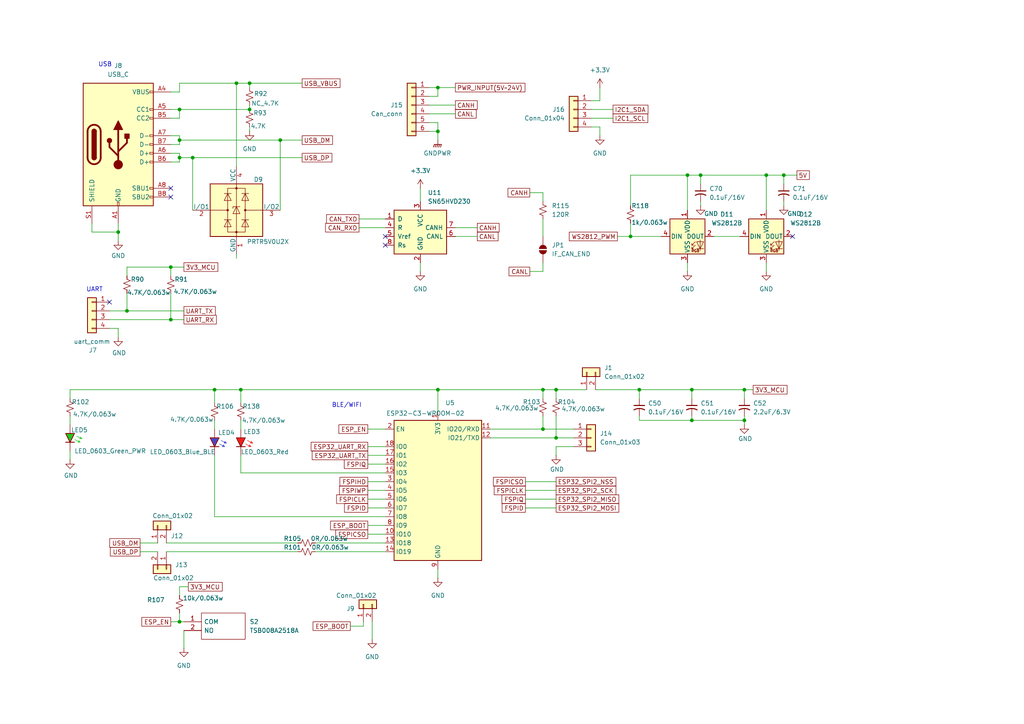
<source format=kicad_sch>
(kicad_sch (version 20250114) (generator "eeschema") (generator_version "9.0")
  (paper "A4")
  (lib_symbols
    (symbol "Connector_Generic:Conn_01x02" (pin_names (offset 1.016) (hide yes))
      (property "Reference" "J" (at 0 2.54 0))
      (property "Value" "Conn_01x02" (at 0 -5.08 0))
      (symbol "Conn_01x02_1_1"
        (pin passive line (at -5.08 0 0) (length 3.81) (name "Pin_1") (number "1"))
        (pin passive line (at -5.08 -2.54 0) (length 3.81) (name "Pin_2") (number "2"))
      )
    )
    (symbol "Connector_Generic:Conn_01x03" (pin_names (offset 1.016) (hide yes))
      (property "Reference" "J" (at 0 5.08 0))
      (property "Value" "Conn_01x03" (at 0 -5.08 0))
      (symbol "Conn_01x03_1_1"
        (pin passive line (at -5.08 2.54 0) (length 3.81) (name "Pin_1") (number "1"))
        (pin passive line (at -5.08 0 0) (length 3.81) (name "Pin_2") (number "2"))
        (pin passive line (at -5.08 -2.54 0) (length 3.81) (name "Pin_3") (number "3"))
      )
    )
    (symbol "Connector_Generic:Conn_01x04" (pin_names (offset 1.016) (hide yes))
      (property "Reference" "J" (at 0 5.08 0))
      (property "Value" "Conn_01x04" (at 0 -7.62 0))
      (symbol "Conn_01x04_1_1"
        (pin passive line (at -5.08 2.54 0) (length 3.81) (name "Pin_1") (number "1"))
        (pin passive line (at -5.08 0 0) (length 3.81) (name "Pin_2") (number "2"))
        (pin passive line (at -5.08 -2.54 0) (length 3.81) (name "Pin_3") (number "3"))
        (pin passive line (at -5.08 -5.08 0) (length 3.81) (name "Pin_4") (number "4"))
      )
    )
    (symbol "Connector_Generic:Conn_01x06" (pin_names (offset 1.016) (hide yes))
      (property "Reference" "J" (at 0 7.62 0))
      (property "Value" "Conn_01x06" (at 0 -10.16 0))
      (symbol "Conn_01x06_1_1"
        (pin passive line (at -5.08 5.08 0) (length 3.81) (name "Pin_1") (number "1"))
        (pin passive line (at -5.08 2.54 0) (length 3.81) (name "Pin_2") (number "2"))
        (pin passive line (at -5.08 0 0) (length 3.81) (name "Pin_3") (number "3"))
        (pin passive line (at -5.08 -2.54 0) (length 3.81) (name "Pin_4") (number "4"))
        (pin passive line (at -5.08 -5.08 0) (length 3.81) (name "Pin_5") (number "5"))
        (pin passive line (at -5.08 -7.62 0) (length 3.81) (name "Pin_6") (number "6"))
      )
    )
    (symbol "Device:C_Small_US" (pin_numbers (hide yes)) (pin_names (offset 0.254) (hide yes))
      (property "Reference" "C" (at 0.254 1.778 0))
      (property "Value" "C_Small_US" (at 0.254 -2.032 0))
      (symbol "C_Small_US_1_1"
        (pin passive line (at 0 2.54 270) (length 2.032) (name "~") (number "1"))
        (pin passive line (at 0 -2.54 90) (length 2.032) (name "~") (number "2"))
      )
    )
    (symbol "Device:R_Small_US" (pin_numbers (hide yes)) (pin_names (offset 0.254) (hide yes))
      (property "Reference" "R" (at 0.762 0.508 0))
      (property "Value" "R_Small_US" (at 0.762 -1.016 0))
      (symbol "R_Small_US_1_1"
        (pin passive line (at 0 2.54 270) (length 1.016) (name "~") (number "1"))
        (pin passive line (at 0 -2.54 90) (length 1.016) (name "~") (number "2"))
      )
    )
    (symbol "Interface_CAN_LIN:SN65HVD230" (pin_names (offset 1.016))
      (property "Reference" "U" (at -2.54 10.16 0))
      (property "Value" "SN65HVD230" (at -2.54 7.62 0))
      (symbol "SN65HVD230_1_1"
        (pin input line (at -10.16 2.54 0) (length 2.54) (name "D") (number "1"))
        (pin output line (at -10.16 0 0) (length 2.54) (name "R") (number "4"))
        (pin output line (at -10.16 -2.54 0) (length 2.54) (name "Vref") (number "5"))
        (pin input line (at -10.16 -5.08 0) (length 2.54) (name "Rs") (number "8"))
        (pin power_in line (at 0 7.62 270) (length 2.54) (name "VCC") (number "3"))
        (pin power_in line (at 0 -10.16 90) (length 2.54) (name "GND") (number "2"))
        (pin bidirectional line (at 10.16 0 180) (length 2.54) (name "CANH") (number "7"))
        (pin bidirectional line (at 10.16 -2.54 180) (length 2.54) (name "CANL") (number "6"))
      )
    )
    (symbol "Jumper:SolderJumper_2_Open" (pin_numbers (hide yes)) (pin_names (offset 0) (hide yes)) (in_bom no)
      (property "Reference" "JP" (at 0 2.032 0))
      (property "Value" "SolderJumper_2_Open" (at 0 -2.54 0))
      (symbol "SolderJumper_2_Open_1_1"
        (pin passive line (at -3.81 0 0) (length 2.54) (name "A") (number "1"))
        (pin passive line (at 3.81 0 180) (length 2.54) (name "B") (number "2"))
      )
    )
    (symbol "LED:WS2812B" (pin_names (offset 0.254))
      (property "Reference" "D" (at 5.08 5.715 0))
      (property "Value" "WS2812B" (at 1.27 -5.715 0))
      (symbol "WS2812B_0_0"
        (text "RGB" (at 2.286 -4.191 0) (effects (font (size 0.762 0.762))))
      )
      (symbol "WS2812B_1_1"
        (pin input line (at -7.62 0 0) (length 2.54) (name "DIN") (number "4"))
        (pin power_in line (at 0 7.62 270) (length 2.54) (name "VDD") (number "1"))
        (pin power_in line (at 0 -7.62 90) (length 2.54) (name "VSS") (number "3"))
        (pin output line (at 7.62 0 180) (length 2.54) (name "DOUT") (number "2"))
      )
    )
    (symbol "PCM_LED_AKL:LED_0603_Blue" (pin_numbers (hide yes)) (pin_names (offset 1.016) (hide yes))
      (property "Reference" "LED" (at 0 7.62 0))
      (property "Value" "LED_0603_Blue" (at 0 5.08 0))
      (symbol "LED_0603_Blue_1_1"
        (pin passive line (at -3.81 0 0) (length 2.54) (name "A") (number "2"))
        (pin passive line (at 3.81 0 180) (length 2.54) (name "K") (number "1"))
      )
      (symbol "LED_0603_Blue_1_2"
        (pin passive line (at -2.54 -2.54 0) (length 0) (name "A") (number "2"))
        (pin passive line (at 2.54 2.54 180) (length 0) (name "K") (number "1"))
      )
    )
    (symbol "PCM_LED_AKL:LED_0603_Green" (pin_numbers (hide yes)) (pin_names (offset 1.016) (hide yes))
      (property "Reference" "LED" (at 0 7.62 0))
      (property "Value" "LED_0603_Green" (at 0 5.08 0))
      (symbol "LED_0603_Green_1_1"
        (pin passive line (at -3.81 0 0) (length 2.54) (name "A") (number "2"))
        (pin passive line (at 3.81 0 180) (length 2.54) (name "K") (number "1"))
      )
      (symbol "LED_0603_Green_1_2"
        (pin passive line (at -2.54 -2.54 0) (length 0) (name "A") (number "2"))
        (pin passive line (at 2.54 2.54 180) (length 0) (name "K") (number "1"))
      )
    )
    (symbol "PCM_LED_AKL:LED_0603_Red" (pin_numbers (hide yes)) (pin_names (offset 1.016) (hide yes))
      (property "Reference" "LED" (at 0 7.62 0))
      (property "Value" "LED_0603_Red" (at 0 5.08 0))
      (symbol "LED_0603_Red_1_1"
        (pin passive line (at -3.81 0 0) (length 2.54) (name "A") (number "2"))
        (pin passive line (at 3.81 0 180) (length 2.54) (name "K") (number "1"))
      )
      (symbol "LED_0603_Red_1_2"
        (pin passive line (at -2.54 -2.54 0) (length 0) (name "A") (number "2"))
        (pin passive line (at 2.54 2.54 180) (length 0) (name "K") (number "1"))
      )
    )
    (symbol "Power_Protection:PRTR5V0U2X" (pin_names (offset 0))
      (property "Reference" "D" (at 2.794 8.636 0))
      (property "Value" "PRTR5V0U2X" (at 8.128 -9.398 0))
      (symbol "PRTR5V0U2X_1_1"
        (pin passive line (at -12.7 0 0) (length 5.08) (name "I/O1") (number "2"))
        (pin passive line (at 0 12.7 270) (length 5.08) (name "VCC") (number "4"))
        (pin passive line (at 0 -12.7 90) (length 5.08) (name "GND") (number "1"))
        (pin passive line (at 12.7 0 180) (length 5.08) (name "I/O2") (number "3"))
      )
    )
    (symbol "RF_Module:ESP32-C3-WROOM-02"
      (property "Reference" "U" (at -12.192 21.336 0))
      (property "Value" "ESP32-C3-WROOM-02" (at 12.192 21.336 0))
      (symbol "ESP32-C3-WROOM-02_1_1"
        (pin input line (at -15.24 17.78 0) (length 2.54) (name "EN") (number "2"))
        (pin bidirectional line (at -15.24 12.7 0) (length 2.54) (name "IO0") (number "18"))
        (pin bidirectional line (at -15.24 10.16 0) (length 2.54) (name "IO1") (number "17"))
        (pin bidirectional line (at -15.24 7.62 0) (length 2.54) (name "IO2") (number "16"))
        (pin bidirectional line (at -15.24 5.08 0) (length 2.54) (name "IO3") (number "15"))
        (pin bidirectional line (at -15.24 2.54 0) (length 2.54) (name "IO4") (number "3"))
        (pin bidirectional line (at -15.24 0 0) (length 2.54) (name "IO5") (number "4"))
        (pin bidirectional line (at -15.24 -2.54 0) (length 2.54) (name "IO6") (number "5"))
        (pin bidirectional line (at -15.24 -5.08 0) (length 2.54) (name "IO7") (number "6"))
        (pin bidirectional line (at -15.24 -7.62 0) (length 2.54) (name "IO8") (number "7"))
        (pin bidirectional line (at -15.24 -10.16 0) (length 2.54) (name "IO9") (number "8"))
        (pin bidirectional line (at -15.24 -12.7 0) (length 2.54) (name "IO10") (number "10"))
        (pin bidirectional line (at -15.24 -15.24 0) (length 2.54) (name "IO18") (number "13"))
        (pin bidirectional line (at -15.24 -17.78 0) (length 2.54) (name "IO19") (number "14"))
        (pin power_in line (at 0 22.86 270) (length 2.54) (name "3V3") (number "1"))
        (pin passive line (at 0 -22.86 90) (length 2.54) (hide yes) (name "GND") (number "19"))
        (pin power_in line (at 0 -22.86 90) (length 2.54) (name "GND") (number "9"))
        (pin bidirectional line (at 15.24 17.78 180) (length 2.54) (name "IO20/RXD") (number "11"))
        (pin bidirectional line (at 15.24 15.24 180) (length 2.54) (name "IO21/TXD") (number "12"))
      )
    )
    (symbol "SamacSys_Parts:TSB008A2518A" (pin_names (offset 0.762))
      (property "Reference" "S" (at 19.05 7.62 0))
      (property "Value" "TSB008A2518A" (at 19.05 5.08 0))
      (symbol "TSB008A2518A_0_0"
        (pin passive line (at 0 0 0) (length 5.08) (name "COM") (number "1"))
        (pin passive line (at 0 -2.54 0) (length 5.08) (name "NO") (number "2"))
      )
    )
    (symbol "USB-C-USB-2.0-cache:Connector_USB_C_Receptacle_USB2.0" (pin_names (offset 1.016))
      (property "Reference" "J" (at -10.16 19.05 0))
      (property "Value" "Connector_USB_C_Receptacle_USB2.0" (at 19.05 19.05 0))
      (symbol "Connector_USB_C_Receptacle_USB2.0_1_1"
        (pin passive line (at -7.62 -22.86 90) (length 5.08) (name "SHIELD") (number "S1"))
        (pin power_in line (at 0 -22.86 90) (length 5.08) (name "GND") (number "A1"))
        (pin power_in line (at 0 -22.86 90) (length 5.08) (hide yes) (name "GND") (number "A12"))
        (pin power_in line (at 0 -22.86 90) (length 5.08) (hide yes) (name "GND") (number "B1"))
        (pin power_in line (at 0 -22.86 90) (length 5.08) (hide yes) (name "GND") (number "B12"))
        (pin power_in line (at 15.24 15.24 180) (length 5.08) (name "VBUS") (number "A4"))
        (pin power_in line (at 15.24 15.24 180) (length 5.08) (hide yes) (name "VBUS") (number "A9"))
        (pin power_in line (at 15.24 15.24 180) (length 5.08) (hide yes) (name "VBUS") (number "B4"))
        (pin power_in line (at 15.24 15.24 180) (length 5.08) (hide yes) (name "VBUS") (number "B9"))
        (pin bidirectional line (at 15.24 10.16 180) (length 5.08) (name "CC1") (number "A5"))
        (pin bidirectional line (at 15.24 7.62 180) (length 5.08) (name "CC2") (number "B5"))
        (pin bidirectional line (at 15.24 2.54 180) (length 5.08) (name "D-") (number "A7"))
        (pin bidirectional line (at 15.24 0 180) (length 5.08) (name "D-") (number "B7"))
        (pin bidirectional line (at 15.24 -2.54 180) (length 5.08) (name "D+") (number "A6"))
        (pin bidirectional line (at 15.24 -5.08 180) (length 5.08) (name "D+") (number "B6"))
        (pin bidirectional line (at 15.24 -12.7 180) (length 5.08) (name "SBU1") (number "A8"))
        (pin bidirectional line (at 15.24 -15.24 180) (length 5.08) (name "SBU2") (number "B8"))
      )
    )
    (symbol "power:+3.3V" (power) (pin_numbers (hide yes)) (pin_names (offset 0) (hide yes))
      (property "Value" "+3.3V" (at 0 3.556 0))
      (symbol "+3.3V_1_1"
        (pin power_in line (at 0 0 90) (length 0) (name "~") (number "1"))
      )
    )
    (symbol "power:GND" (power) (pin_numbers (hide yes)) (pin_names (offset 0) (hide yes))
      (property "Value" "GND" (at 0 -3.81 0))
      (symbol "GND_1_1"
        (pin power_in line (at 0 0 270) (length 0) (name "~") (number "1"))
      )
    )
    (symbol "power:GNDPWR" (power) (pin_numbers (hide yes)) (pin_names (offset 0) (hide yes))
      (property "Value" "GNDPWR" (at 0 -3.302 0))
      (symbol "GNDPWR_1_1"
        (pin power_in line (at 0 0 270) (length 0) (name "~") (number "1"))
      )
    )
  )
  (text "UART" (at 27.432 84.074 0) (effects (font (size 1.27 1.27))))
  (text "USB" (at 30.48 18.796 0) (effects (font (size 1.27 1.27))))
  (text "BLE/WIFI" (at 100.584 117.602 0) (effects (font (size 1.27 1.27))))
  (junction (at 68.58 24.13))
  (junction (at 215.9 113.03))
  (junction (at 36.83 90.17))
  (junction (at 157.48 124.46))
  (junction (at 199.39 50.8))
  (junction (at 52.07 40.64))
  (junction (at 72.39 31.75))
  (junction (at 55.88 45.72))
  (junction (at 49.53 92.71))
  (junction (at 222.25 50.8))
  (junction (at 200.66 121.92))
  (junction (at 52.07 45.72))
  (junction (at 81.28 40.64))
  (junction (at 161.29 113.03))
  (junction (at 34.29 67.31))
  (junction (at 185.42 113.03))
  (junction (at 161.29 127))
  (junction (at 215.9 121.92))
  (junction (at 203.2 50.8))
  (junction (at 52.07 31.75))
  (junction (at 52.07 180.34))
  (junction (at 157.48 113.03))
  (junction (at 49.53 77.47))
  (junction (at 72.39 24.13))
  (junction (at 62.23 113.03))
  (junction (at 127 113.03))
  (junction (at 200.66 113.03))
  (junction (at 69.85 113.03))
  (junction (at 127 25.4))
  (junction (at 227.33 50.8))
  (junction (at 182.88 68.58))
  (junction (at 127 38.1))
  (no_connect (at 229.87 68.58))
  (no_connect (at 111.76 68.58))
  (no_connect (at 49.53 57.15))
  (no_connect (at 49.53 54.61))
  (no_connect (at 111.76 71.12))
  (no_connect (at 31.75 87.63))
  (wire (pts (xy 62.23 113.03) (xy 69.85 113.03)))
  (wire (pts (xy 182.88 68.58) (xy 191.77 68.58)))
  (wire (pts (xy 49.53 92.71) (xy 53.34 92.71)))
  (wire (pts (xy 124.46 33.02) (xy 132.08 33.02)))
  (wire (pts (xy 157.48 113.03) (xy 157.48 115.57)))
  (wire (pts (xy 55.88 45.72) (xy 87.63 45.72)))
  (wire (pts (xy 68.58 73.66) (xy 68.58 74.93)))
  (wire (pts (xy 49.53 46.99) (xy 52.07 46.99)))
  (wire (pts (xy 62.23 149.86) (xy 111.76 149.86)))
  (wire (pts (xy 207.01 68.58) (xy 214.63 68.58)))
  (wire (pts (xy 52.07 40.64) (xy 81.28 40.64)))
  (wire (pts (xy 161.29 120.65) (xy 161.29 127)))
  (wire (pts (xy 124.46 25.4) (xy 127 25.4)))
  (wire (pts (xy 52.07 41.91) (xy 52.07 40.64)))
  (wire (pts (xy 106.68 132.08) (xy 111.76 132.08)))
  (wire (pts (xy 49.53 77.47) (xy 49.53 80.01)))
  (wire (pts (xy 127 25.4) (xy 132.08 25.4)))
  (wire (pts (xy 127 113.03) (xy 127 119.38)))
  (wire (pts (xy 124.46 27.94) (xy 127 27.94)))
  (wire (pts (xy 52.07 26.67) (xy 52.07 24.13)))
  (wire (pts (xy 49.53 85.09) (xy 49.53 92.71)))
  (wire (pts (xy 31.75 92.71) (xy 49.53 92.71)))
  (wire (pts (xy 127 40.64) (xy 127 38.1)))
  (wire (pts (xy 36.83 90.17) (xy 53.34 90.17)))
  (wire (pts (xy 52.07 45.72) (xy 52.07 44.45)))
  (wire (pts (xy 157.48 124.46) (xy 166.37 124.46)))
  (wire (pts (xy 49.53 77.47) (xy 36.83 77.47)))
  (wire (pts (xy 157.48 63.5) (xy 157.48 68.58)))
  (wire (pts (xy 106.68 147.32) (xy 111.76 147.32)))
  (wire (pts (xy 26.67 64.77) (xy 26.67 67.31)))
  (wire (pts (xy 34.29 64.77) (xy 34.29 67.31)))
  (wire (pts (xy 62.23 132.08) (xy 62.23 149.86)))
  (wire (pts (xy 69.85 113.03) (xy 69.85 116.84)))
  (wire (pts (xy 69.85 121.92) (xy 69.85 124.46)))
  (wire (pts (xy 185.42 115.57) (xy 185.42 113.03)))
  (wire (pts (xy 227.33 58.42) (xy 227.33 59.69)))
  (wire (pts (xy 62.23 113.03) (xy 62.23 116.84)))
  (wire (pts (xy 199.39 50.8) (xy 199.39 60.96)))
  (wire (pts (xy 231.14 50.8) (xy 227.33 50.8)))
  (wire (pts (xy 52.07 46.99) (xy 52.07 45.72)))
  (wire (pts (xy 124.46 38.1) (xy 127 38.1)))
  (wire (pts (xy 52.07 24.13) (xy 68.58 24.13)))
  (wire (pts (xy 49.53 34.29) (xy 52.07 34.29)))
  (wire (pts (xy 222.25 50.8) (xy 222.25 60.96)))
  (wire (pts (xy 20.32 113.03) (xy 62.23 113.03)))
  (wire (pts (xy 173.99 29.21) (xy 171.45 29.21)))
  (wire (pts (xy 182.88 59.69) (xy 182.88 50.8)))
  (wire (pts (xy 72.39 30.48) (xy 72.39 31.75)))
  (wire (pts (xy 182.88 68.58) (xy 182.88 64.77)))
  (wire (pts (xy 69.85 137.16) (xy 111.76 137.16)))
  (wire (pts (xy 142.24 124.46) (xy 157.48 124.46)))
  (wire (pts (xy 20.32 120.65) (xy 20.32 123.19)))
  (wire (pts (xy 222.25 76.2) (xy 222.25 78.74)))
  (wire (pts (xy 48.26 157.48) (xy 86.36 157.48)))
  (wire (pts (xy 54.61 170.18) (xy 52.07 170.18)))
  (wire (pts (xy 171.45 34.29) (xy 177.8 34.29)))
  (wire (pts (xy 157.48 55.88) (xy 157.48 58.42)))
  (wire (pts (xy 173.99 39.37) (xy 173.99 36.83)))
  (wire (pts (xy 101.6 181.61) (xy 105.41 181.61)))
  (wire (pts (xy 49.53 180.34) (xy 52.07 180.34)))
  (wire (pts (xy 185.42 113.03) (xy 200.66 113.03)))
  (wire (pts (xy 152.4 142.24) (xy 161.29 142.24)))
  (wire (pts (xy 104.14 66.04) (xy 111.76 66.04)))
  (wire (pts (xy 69.85 113.03) (xy 127 113.03)))
  (wire (pts (xy 182.88 50.8) (xy 199.39 50.8)))
  (wire (pts (xy 203.2 58.42) (xy 203.2 59.69)))
  (wire (pts (xy 104.14 63.5) (xy 111.76 63.5)))
  (wire (pts (xy 87.63 24.13) (xy 72.39 24.13)))
  (wire (pts (xy 199.39 76.2) (xy 199.39 78.74)))
  (wire (pts (xy 69.85 132.08) (xy 69.85 137.16)))
  (wire (pts (xy 200.66 115.57) (xy 200.66 113.03)))
  (wire (pts (xy 185.42 120.65) (xy 185.42 121.92)))
  (wire (pts (xy 172.72 113.03) (xy 185.42 113.03)))
  (wire (pts (xy 203.2 50.8) (xy 222.25 50.8)))
  (wire (pts (xy 52.07 40.64) (xy 52.07 39.37)))
  (wire (pts (xy 215.9 120.65) (xy 215.9 121.92)))
  (wire (pts (xy 152.4 139.7) (xy 161.29 139.7)))
  (wire (pts (xy 68.58 24.13) (xy 72.39 24.13)))
  (wire (pts (xy 26.67 67.31) (xy 34.29 67.31)))
  (wire (pts (xy 20.32 130.81) (xy 20.32 133.35)))
  (wire (pts (xy 52.07 31.75) (xy 72.39 31.75)))
  (wire (pts (xy 132.08 66.04) (xy 138.43 66.04)))
  (wire (pts (xy 179.07 68.58) (xy 182.88 68.58)))
  (wire (pts (xy 215.9 121.92) (xy 215.9 123.19)))
  (wire (pts (xy 52.07 180.34) (xy 53.34 180.34)))
  (wire (pts (xy 52.07 45.72) (xy 55.88 45.72)))
  (wire (pts (xy 127 165.1) (xy 127 167.64)))
  (wire (pts (xy 31.75 95.25) (xy 34.29 95.25)))
  (wire (pts (xy 49.53 44.45) (xy 52.07 44.45)))
  (wire (pts (xy 62.23 121.92) (xy 62.23 124.46)))
  (wire (pts (xy 161.29 113.03) (xy 170.18 113.03)))
  (wire (pts (xy 127 113.03) (xy 157.48 113.03)))
  (wire (pts (xy 157.48 120.65) (xy 157.48 124.46)))
  (wire (pts (xy 81.28 40.64) (xy 81.28 60.96)))
  (wire (pts (xy 152.4 144.78) (xy 161.29 144.78)))
  (wire (pts (xy 227.33 50.8) (xy 227.33 53.34)))
  (wire (pts (xy 227.33 50.8) (xy 222.25 50.8)))
  (wire (pts (xy 49.53 31.75) (xy 52.07 31.75)))
  (wire (pts (xy 106.68 129.54) (xy 111.76 129.54)))
  (wire (pts (xy 36.83 77.47) (xy 36.83 80.01)))
  (wire (pts (xy 121.92 54.61) (xy 121.92 58.42)))
  (wire (pts (xy 203.2 50.8) (xy 203.2 53.34)))
  (wire (pts (xy 132.08 68.58) (xy 138.43 68.58)))
  (wire (pts (xy 20.32 113.03) (xy 20.32 115.57)))
  (wire (pts (xy 173.99 36.83) (xy 171.45 36.83)))
  (wire (pts (xy 52.07 34.29) (xy 52.07 31.75)))
  (wire (pts (xy 49.53 41.91) (xy 52.07 41.91)))
  (wire (pts (xy 157.48 113.03) (xy 161.29 113.03)))
  (wire (pts (xy 106.68 124.46) (xy 111.76 124.46)))
  (wire (pts (xy 106.68 152.4) (xy 111.76 152.4)))
  (wire (pts (xy 81.28 40.64) (xy 87.63 40.64)))
  (wire (pts (xy 161.29 127) (xy 142.24 127)))
  (wire (pts (xy 49.53 26.67) (xy 52.07 26.67)))
  (wire (pts (xy 200.66 113.03) (xy 215.9 113.03)))
  (wire (pts (xy 161.29 129.54) (xy 166.37 129.54)))
  (wire (pts (xy 153.67 55.88) (xy 157.48 55.88)))
  (wire (pts (xy 215.9 113.03) (xy 215.9 115.57)))
  (wire (pts (xy 52.07 177.8) (xy 52.07 180.34)))
  (wire (pts (xy 105.41 181.61) (xy 105.41 180.34)))
  (wire (pts (xy 53.34 182.88) (xy 53.34 187.96)))
  (wire (pts (xy 161.29 113.03) (xy 161.29 115.57)))
  (wire (pts (xy 185.42 121.92) (xy 200.66 121.92)))
  (wire (pts (xy 127 38.1) (xy 127 35.56)))
  (wire (pts (xy 203.2 50.8) (xy 199.39 50.8)))
  (wire (pts (xy 200.66 121.92) (xy 215.9 121.92)))
  (wire (pts (xy 106.68 139.7) (xy 111.76 139.7)))
  (wire (pts (xy 127 35.56) (xy 124.46 35.56)))
  (wire (pts (xy 106.68 134.62) (xy 111.76 134.62)))
  (wire (pts (xy 106.68 154.94) (xy 111.76 154.94)))
  (wire (pts (xy 107.95 180.34) (xy 107.95 185.42)))
  (wire (pts (xy 68.58 24.13) (xy 68.58 48.26)))
  (wire (pts (xy 161.29 132.08) (xy 161.29 129.54)))
  (wire (pts (xy 72.39 24.13) (xy 72.39 25.4)))
  (wire (pts (xy 49.53 39.37) (xy 52.07 39.37)))
  (wire (pts (xy 34.29 67.31) (xy 34.29 69.85)))
  (wire (pts (xy 152.4 147.32) (xy 161.29 147.32)))
  (wire (pts (xy 40.64 157.48) (xy 45.72 157.48)))
  (wire (pts (xy 31.75 90.17) (xy 36.83 90.17)))
  (wire (pts (xy 218.44 113.03) (xy 215.9 113.03)))
  (wire (pts (xy 91.44 160.02) (xy 111.76 160.02)))
  (wire (pts (xy 91.44 157.48) (xy 111.76 157.48)))
  (wire (pts (xy 127 27.94) (xy 127 25.4)))
  (wire (pts (xy 48.26 160.02) (xy 86.36 160.02)))
  (wire (pts (xy 40.64 160.02) (xy 45.72 160.02)))
  (wire (pts (xy 34.29 95.25) (xy 34.29 97.79)))
  (wire (pts (xy 52.07 170.18) (xy 52.07 172.72)))
  (wire (pts (xy 121.92 76.2) (xy 121.92 78.74)))
  (wire (pts (xy 53.34 77.47) (xy 49.53 77.47)))
  (wire (pts (xy 55.88 45.72) (xy 55.88 60.96)))
  (wire (pts (xy 161.29 127) (xy 166.37 127)))
  (wire (pts (xy 106.68 144.78) (xy 111.76 144.78)))
  (wire (pts (xy 157.48 78.74) (xy 157.48 76.2)))
  (wire (pts (xy 171.45 31.75) (xy 177.8 31.75)))
  (wire (pts (xy 124.46 30.48) (xy 132.08 30.48)))
  (wire (pts (xy 106.68 142.24) (xy 111.76 142.24)))
  (wire (pts (xy 36.83 85.09) (xy 36.83 90.17)))
  (wire (pts (xy 153.67 78.74) (xy 157.48 78.74)))
  (wire (pts (xy 72.39 36.83) (xy 72.39 38.1)))
  (wire (pts (xy 173.99 25.4) (xy 173.99 29.21)))
  (wire (pts (xy 200.66 120.65) (xy 200.66 121.92)))
  (global_label "FSPIQ" (shape passive) (at 106.68 134.62 180) (property "Intersheetrefs" "${INTERSHEET_REFS}" (effects (hide yes))))
  (global_label "CANH" (shape passive) (at 132.08 30.48 0) (property "Intersheetrefs" "${INTERSHEET_REFS}" (effects (hide yes))))
  (global_label "ESP_EN" (shape passive) (at 49.53 180.34 180) (property "Intersheetrefs" "${INTERSHEET_REFS}" (effects (hide yes))))
  (global_label "USB_DM" (shape passive) (at 40.64 157.48 180) (property "Intersheetrefs" "${INTERSHEET_REFS}" (effects (hide yes))))
  (global_label "ESP_BOOT" (shape passive) (at 106.68 152.4 180) (property "Intersheetrefs" "${INTERSHEET_REFS}" (effects (hide yes))))
  (global_label "I2C1_SCL" (shape passive) (at 177.8 34.29 0) (property "Intersheetrefs" "${INTERSHEET_REFS}" (effects (hide yes))))
  (global_label "FSPID" (shape passive) (at 152.4 147.32 180) (property "Intersheetrefs" "${INTERSHEET_REFS}" (effects (hide yes))))
  (global_label "USB_VBUS" (shape passive) (at 87.63 24.13 0) (property "Intersheetrefs" "${INTERSHEET_REFS}" (effects (hide yes))))
  (global_label "FSPICSO" (shape passive) (at 152.4 139.7 180) (property "Intersheetrefs" "${INTERSHEET_REFS}" (effects (hide yes))))
  (global_label "CAN_TXD" (shape passive) (at 104.14 63.5 180) (property "Intersheetrefs" "${INTERSHEET_REFS}" (effects (hide yes))))
  (global_label "WS2812_PWM" (shape passive) (at 179.07 68.58 180) (property "Intersheetrefs" "${INTERSHEET_REFS}" (effects (hide yes))))
  (global_label "FSPID" (shape passive) (at 106.68 147.32 180) (property "Intersheetrefs" "${INTERSHEET_REFS}" (effects (hide yes))))
  (global_label "5V" (shape passive) (at 231.14 50.8 0) (property "Intersheetrefs" "${INTERSHEET_REFS}" (effects (hide yes))))
  (global_label "ESP32_SPI2_MISO" (shape passive) (at 161.29 144.78 0) (property "Intersheetrefs" "${INTERSHEET_REFS}" (effects (hide yes))))
  (global_label "FSPIHD" (shape passive) (at 106.68 139.7 180) (property "Intersheetrefs" "${INTERSHEET_REFS}" (effects (hide yes))))
  (global_label "FSPICLK" (shape passive) (at 152.4 142.24 180) (property "Intersheetrefs" "${INTERSHEET_REFS}" (effects (hide yes))))
  (global_label "USB_DP" (shape passive) (at 40.64 160.02 180) (property "Intersheetrefs" "${INTERSHEET_REFS}" (effects (hide yes))))
  (global_label "ESP32_SPI2_MOSI" (shape passive) (at 161.29 147.32 0) (property "Intersheetrefs" "${INTERSHEET_REFS}" (effects (hide yes))))
  (global_label "CANL" (shape passive) (at 132.08 33.02 0) (property "Intersheetrefs" "${INTERSHEET_REFS}" (effects (hide yes))))
  (global_label "CANH" (shape passive) (at 153.67 55.88 180) (property "Intersheetrefs" "${INTERSHEET_REFS}" (effects (hide yes))))
  (global_label "USB_DP" (shape passive) (at 87.63 45.72 0) (property "Intersheetrefs" "${INTERSHEET_REFS}" (effects (hide yes))))
  (global_label "ESP32_SPI2_SCK" (shape passive) (at 161.29 142.24 0) (property "Intersheetrefs" "${INTERSHEET_REFS}" (effects (hide yes))))
  (global_label "3V3_MCU" (shape passive) (at 218.44 113.03 0) (property "Intersheetrefs" "${INTERSHEET_REFS}" (effects (hide yes))))
  (global_label "ESP32_SPI2_NSS" (shape passive) (at 161.29 139.7 0) (property "Intersheetrefs" "${INTERSHEET_REFS}" (effects (hide yes))))
  (global_label "CANH" (shape passive) (at 138.43 66.04 0) (property "Intersheetrefs" "${INTERSHEET_REFS}" (effects (hide yes))))
  (global_label "ESP_BOOT" (shape passive) (at 101.6 181.61 180) (property "Intersheetrefs" "${INTERSHEET_REFS}" (effects (hide yes))))
  (global_label "ESP32_UART_RX" (shape passive) (at 106.68 129.54 180) (property "Intersheetrefs" "${INTERSHEET_REFS}" (effects (hide yes))))
  (global_label "PWR_INPUT(5V~24V)" (shape passive) (at 132.08 25.4 0) (property "Intersheetrefs" "${INTERSHEET_REFS}" (effects (hide yes))))
  (global_label "ESP_EN" (shape passive) (at 106.68 124.46 180) (property "Intersheetrefs" "${INTERSHEET_REFS}" (effects (hide yes))))
  (global_label "UART_TX" (shape passive) (at 53.34 90.17 0) (property "Intersheetrefs" "${INTERSHEET_REFS}" (effects (hide yes))))
  (global_label "ESP32_UART_TX" (shape passive) (at 106.68 132.08 180) (property "Intersheetrefs" "${INTERSHEET_REFS}" (effects (hide yes))))
  (global_label "FSPIQ" (shape passive) (at 152.4 144.78 180) (property "Intersheetrefs" "${INTERSHEET_REFS}" (effects (hide yes))))
  (global_label "FSPICSO" (shape passive) (at 106.68 154.94 180) (property "Intersheetrefs" "${INTERSHEET_REFS}" (effects (hide yes))))
  (global_label "FSPIWP" (shape passive) (at 106.68 142.24 180) (property "Intersheetrefs" "${INTERSHEET_REFS}" (effects (hide yes))))
  (global_label "3V3_MCU" (shape passive) (at 54.61 170.18 0) (property "Intersheetrefs" "${INTERSHEET_REFS}" (effects (hide yes))))
  (global_label "USB_DM" (shape passive) (at 87.63 40.64 0) (property "Intersheetrefs" "${INTERSHEET_REFS}" (effects (hide yes))))
  (global_label "I2C1_SDA" (shape passive) (at 177.8 31.75 0) (property "Intersheetrefs" "${INTERSHEET_REFS}" (effects (hide yes))))
  (global_label "3V3_MCU" (shape passive) (at 53.34 77.47 0) (property "Intersheetrefs" "${INTERSHEET_REFS}" (effects (hide yes))))
  (global_label "CAN_RXD" (shape passive) (at 104.14 66.04 180) (property "Intersheetrefs" "${INTERSHEET_REFS}" (effects (hide yes))))
  (global_label "FSPICLK" (shape passive) (at 106.68 144.78 180) (property "Intersheetrefs" "${INTERSHEET_REFS}" (effects (hide yes))))
  (global_label "CANL" (shape passive) (at 153.67 78.74 180) (property "Intersheetrefs" "${INTERSHEET_REFS}" (effects (hide yes))))
  (global_label "UART_RX" (shape passive) (at 53.34 92.71 0) (property "Intersheetrefs" "${INTERSHEET_REFS}" (effects (hide yes))))
  (global_label "CANL" (shape passive) (at 138.43 68.58 0) (property "Intersheetrefs" "${INTERSHEET_REFS}" (effects (hide yes))))
  (symbol (lib_id "power:GND") (at 203.2 59.69 0) (unit 1)
    (property "Reference" "#PWR094" (effects (hide yes)))
    (property "Value" "GND" (at 206.248 61.976 0))
    (property "Description" "Power symbol creates a global label with name \"GND\" , ground" (effects (hide yes)))
  )
  (symbol (lib_id "Device:R_Small_US") (at 161.29 118.11 0) (unit 1)
    (property "Reference" "R104" (at 164.338 116.586 0))
    (property "Value" "4.7K/0.063w" (at 169.164 118.618 0))
    (property "Footprint" "Resistor_SMD:R_0402_1005Metric" (effects (hide yes)))
    (property "Description" "Resistor, small US symbol" (effects (hide yes)))
  )
  (symbol (lib_id "RF_Module:ESP32-C3-WROOM-02") (at 127 142.24 0) (unit 1)
    (property "Reference" "U5" (at 129.1433 116.84 0) (effects (justify left)))
    (property "Value" "ESP32-C3-WROOM-02" (at 112.014 119.888 0) (effects (justify left)))
    (property "Footprint" "RF_Module:ESP32-C3-WROOM-02" (effects (hide yes)))
    (property "Datasheet" "https://www.espressif.com/sites/default/files/documentation/esp32-c3-wroom-02_datasheet_en.pdf" (effects (hide yes)))
    (property "Description" "802.11 b/g/n Wi­Fi and Bluetooth 5 module, ESP32­C3 SoC, RISC­V microprocessor, On-board antenna" (effects (hide yes)))
  )
  (symbol (lib_id "Device:R_Small_US") (at 182.88 62.23 0) (unit 1)
    (property "Reference" "R118" (at 183.134 59.69 0) (effects (justify left)))
    (property "Value" "1k/0.063w" (at 183.134 64.516 0) (effects (justify left)))
    (property "Description" "Resistor, small US symbol" (effects (hide yes)))
  )
  (symbol (lib_id "LED:WS2812B") (at 222.25 68.58 0) (unit 1)
    (property "Reference" "D12" (at 233.68 62.1598 0))
    (property "Value" "WS2812B" (at 233.68 64.6998 0))
    (property "Footprint" "LED_SMD:LED_WS2812B_PLCC4_5.0x5.0mm_P3.2mm" (effects (hide yes)))
    (property "Datasheet" "https://cdn-shop.adafruit.com/datasheets/WS2812B.pdf" (effects (hide yes)))
    (property "Description" "RGB LED with integrated controller" (effects (hide yes)))
  )
  (symbol (lib_id "Jumper:SolderJumper_2_Open") (at 157.48 72.39 270) (unit 1) (in_bom no)
    (property "Reference" "JP1" (at 160.02 71.1199 90) (effects (justify left)))
    (property "Value" "IF_CAN_END" (at 160.02 73.6599 90) (effects (justify left)))
    (property "Footprint" "Jumper:SolderJumper-2_P1.3mm_Open_RoundedPad1.0x1.5mm" (effects (hide yes)))
    (property "Description" "Solder Jumper, 2-pole, open" (effects (hide yes)))
  )
  (symbol (lib_id "Device:R_Small_US") (at 49.53 82.55 0) (unit 1)
    (property "Reference" "R91" (at 52.578 81.026 0))
    (property "Value" "4.7K/0.063w" (at 56.642 84.582 0))
    (property "Footprint" "Resistor_SMD:R_0402_1005Metric" (effects (hide yes)))
    (property "Description" "Resistor, small US symbol" (effects (hide yes)))
  )
  (symbol (lib_id "Device:R_Small_US") (at 69.85 119.38 0) (unit 1)
    (property "Reference" "R138" (at 72.898 117.856 0))
    (property "Value" "4.7K/0.063w" (at 76.454 121.92 0))
    (property "Footprint" "Resistor_SMD:R_0402_1005Metric" (effects (hide yes)))
    (property "Description" "Resistor, small US symbol" (effects (hide yes)))
  )
  (symbol (lib_id "SamacSys_Parts:TSB008A2518A") (at 53.34 180.34 0) (unit 1)
    (property "Reference" "S2" (at 72.39 180.3399 0) (effects (justify left)))
    (property "Value" "TSB008A2518A" (at 72.39 182.8799 0) (effects (justify left)))
    (property "Footprint" "SamacSys_Parts:TSB008A2518A" (effects (hide yes)))
    (property "Datasheet" "https://datasheet.lcsc.com/lcsc/2108261830_BZCN-TSB008A2518A_C2888455.pdf" (effects (hide yes)))
    (property "Description" "3.5mm 2.5mm Rectangle button 50mA Brick nogging 6mm 180gf 12V SMD Tactile Switches ROHS" (effects (hide yes)))
    (property "Description_1" "3.5mm 2.5mm Rectangle button 50mA Brick nogging 6mm 180gf 12V SMD Tactile Switches ROHS" (effects (hide yes)))
    (property "Height" "2.75" (effects (hide yes)))
    (property "Manufacturer_Name" "BZCN" (effects (hide yes)))
    (property "Manufacturer_Part_Number" "TSB008A2518A" (effects (hide yes)))
  )
  (symbol (lib_id "PCM_LED_AKL:LED_0603_Green") (at 20.32 127 270) (unit 1)
    (property "Reference" "LED5" (at 20.574 124.714 90) (effects (justify left)))
    (property "Value" "LED_0603_Green_PWR" (at 21.59 130.81 90) (effects (justify left)))
    (property "Footprint" "PCM_LED_SMD_AKL:LED_0603_1608Metric" (effects (hide yes)))
    (property "Description" "Green SMD LED, 0603, Alternate KiCad Library" (effects (hide yes)))
  )
  (symbol (lib_id "USB-C-USB-2.0-cache:Connector_USB_C_Receptacle_USB2.0") (at 34.29 41.91 0) (unit 1)
    (property "Reference" "J8" (at 34.29 19.05 0))
    (property "Value" "USB_C" (at 34.29 21.59 0))
    (property "Footprint" "Connector_USB:USB_C_Receptacle_HRO_TYPE-C-31-M-12" (effects (hide yes)))
  )
  (symbol (lib_id "power:GND") (at 72.39 38.1 0) (unit 1)
    (property "Reference" "#PWR059" (effects (hide yes)))
    (property "Value" "GND" (at 72.39 43.18 0))
    (property "Description" "Power symbol creates a global label with name \"GND\" , ground" (effects (hide yes)))
  )
  (symbol (lib_id "Device:R_Small_US") (at 157.48 118.11 0) (unit 1)
    (property "Reference" "R103" (at 154.178 116.586 0))
    (property "Value" "4.7K/0.063w" (at 149.86 118.364 0))
    (property "Footprint" "Resistor_SMD:R_0402_1005Metric" (effects (hide yes)))
    (property "Description" "Resistor, small US symbol" (effects (hide yes)))
  )
  (symbol (lib_id "Connector_Generic:Conn_01x02") (at 170.18 107.95 90) (unit 1)
    (property "Reference" "J1" (at 175.26 106.6799 90) (effects (justify right)))
    (property "Value" "Conn_01x02" (at 175.26 109.2199 90) (effects (justify right)))
    (property "Description" "Generic connector, single row, 01x02, script generated (kicad-library-utils/schlib/autogen/connector/)" (effects (hide yes)))
  )
  (symbol (lib_id "power:+3.3V") (at 121.92 54.61 0) (unit 1)
    (property "Reference" "#PWR089" (effects (hide yes)))
    (property "Value" "+3.3V" (at 121.92 49.53 0))
    (property "Description" "Power symbol creates a global label with name \"+3.3V\"" (effects (hide yes)))
  )
  (symbol (lib_id "Device:R_Small_US") (at 36.83 82.55 0) (unit 1)
    (property "Reference" "R90" (at 39.878 81.026 0))
    (property "Value" "4.7K/0.063w" (at 43.18 84.836 0))
    (property "Footprint" "Resistor_SMD:R_0402_1005Metric" (effects (hide yes)))
    (property "Description" "Resistor, small US symbol" (effects (hide yes)))
  )
  (symbol (lib_id "Device:C_Small_US") (at 200.66 118.11 0) (unit 1)
    (property "Reference" "C51" (at 203.2 116.9669 0) (effects (justify left)))
    (property "Value" "0.1uF/16V" (at 203.2 119.5069 0) (effects (justify left)))
    (property "Footprint" "Capacitor_SMD:C_0402_1005Metric" (effects (hide yes)))
    (property "Description" "capacitor, small US symbol" (effects (hide yes)))
  )
  (symbol (lib_id "Power_Protection:PRTR5V0U2X") (at 68.58 60.96 0) (unit 1)
    (property "Reference" "D9" (at 74.93 52.07 0))
    (property "Value" "PRTR5V0U2X" (at 77.724 70.104 0))
    (property "Footprint" "Package_TO_SOT_SMD:SOT-143" (effects (hide yes)))
    (property "Datasheet" "https://assets.nexperia.com/documents/data-sheet/PRTR5V0U2X.pdf" (effects (hide yes)))
    (property "Description" "Ultra low capacitance double rail-to-rail ESD protection diode, SOT-143" (effects (hide yes)))
  )
  (symbol (lib_id "Device:R_Small_US") (at 62.23 119.38 0) (unit 1)
    (property "Reference" "R106" (at 65.278 117.856 0))
    (property "Value" "4.7K/0.063w" (at 55.626 121.666 0))
    (property "Footprint" "Resistor_SMD:R_0402_1005Metric" (effects (hide yes)))
    (property "Description" "Resistor, small US symbol" (effects (hide yes)))
  )
  (symbol (lib_id "power:GNDPWR") (at 127 40.64 0) (unit 1)
    (property "Reference" "#PWR0102" (effects (hide yes)))
    (property "Value" "GNDPWR" (at 126.873 44.45 0))
    (property "Description" "Power symbol creates a global label with name \"GNDPWR\" , global ground" (effects (hide yes)))
  )
  (symbol (lib_id "power:GND") (at 127 167.64 0) (unit 1)
    (property "Reference" "#PWR057" (effects (hide yes)))
    (property "Value" "GND" (at 127 172.72 0))
    (property "Description" "Power symbol creates a global label with name \"GND\" , ground" (effects (hide yes)))
  )
  (symbol (lib_id "Device:R_Small_US") (at 20.32 118.11 0) (unit 1)
    (property "Reference" "R102" (at 23.368 116.586 0))
    (property "Value" "4.7K/0.063w" (at 27.432 120.142 0))
    (property "Footprint" "Resistor_SMD:R_0402_1005Metric" (effects (hide yes)))
    (property "Description" "Resistor, small US symbol" (effects (hide yes)))
  )
  (symbol (lib_id "Connector_Generic:Conn_01x03") (at 171.45 127 0) (unit 1)
    (property "Reference" "J14" (at 173.99 125.7299 0) (effects (justify left)))
    (property "Value" "Conn_01x03" (at 173.99 128.2699 0) (effects (justify left)))
    (property "Description" "Generic connector, single row, 01x03, script generated (kicad-library-utils/schlib/autogen/connector/)" (effects (hide yes)))
  )
  (symbol (lib_id "Device:C_Small_US") (at 227.33 55.88 0) (unit 1)
    (property "Reference" "C71" (at 229.87 54.7369 0) (effects (justify left)))
    (property "Value" "0.1uF/16V" (at 229.87 57.2769 0) (effects (justify left)))
    (property "Footprint" "Capacitor_SMD:C_0402_1005Metric" (effects (hide yes)))
    (property "Description" "capacitor, small US symbol" (effects (hide yes)))
  )
  (symbol (lib_id "Connector_Generic:Conn_01x06") (at 119.38 30.48 0) (mirror y) (unit 1)
    (property "Reference" "J15" (at 116.84 30.4799 0) (effects (justify left)))
    (property "Value" "Can_conn" (at 116.84 33.0199 0) (effects (justify left)))
    (property "Description" "Generic connector, single row, 01x06, script generated (kicad-library-utils/schlib/autogen/connector/)" (effects (hide yes)))
  )
  (symbol (lib_id "Device:R_Small_US") (at 88.9 160.02 90) (unit 1)
    (property "Reference" "R101" (at 84.836 158.75 90))
    (property "Value" "0R/0.063w" (at 95.758 158.75 90))
    (property "Description" "Resistor, small US symbol" (effects (hide yes)))
  )
  (symbol (lib_id "Device:R_Small_US") (at 157.48 60.96 0) (unit 1)
    (property "Reference" "R115" (at 160.02 59.6899 0) (effects (justify left)))
    (property "Value" "120R" (at 160.02 62.2299 0) (effects (justify left)))
    (property "Description" "Resistor, small US symbol" (effects (hide yes)))
  )
  (symbol (lib_id "Connector_Generic:Conn_01x02") (at 48.26 165.1 270) (unit 1)
    (property "Reference" "J13" (at 50.8 163.8299 90) (effects (justify left)))
    (property "Value" "Conn_01x02" (at 44.45 167.64 90) (effects (justify left)))
    (property "Description" "Generic connector, single row, 01x02, script generated (kicad-library-utils/schlib/autogen/connector/)" (effects (hide yes)))
  )
  (symbol (lib_id "Connector_Generic:Conn_01x02") (at 105.41 175.26 90) (unit 1)
    (property "Reference" "J9" (at 102.87 176.5301 90) (effects (justify left)))
    (property "Value" "Conn_01x02" (at 109.22 172.72 90) (effects (justify left)))
    (property "Description" "Generic connector, single row, 01x02, script generated (kicad-library-utils/schlib/autogen/connector/)" (effects (hide yes)))
  )
  (symbol (lib_id "Device:R_Small_US") (at 52.07 175.26 180) (unit 1)
    (property "Reference" "R107" (at 45.212 173.99 0))
    (property "Value" "10k/0.063w" (at 58.928 173.482 0))
    (property "Description" "Resistor, small US symbol" (effects (hide yes)))
  )
  (symbol (lib_id "Device:C_Small_US") (at 215.9 118.11 0) (unit 1)
    (property "Reference" "C52" (at 218.44 116.9669 0) (effects (justify left)))
    (property "Value" "2.2uF/6.3V" (at 218.44 119.5069 0) (effects (justify left)))
    (property "Footprint" "Capacitor_SMD:C_0603_1608Metric" (effects (hide yes)))
    (property "Description" "capacitor, small US symbol" (effects (hide yes)))
  )
  (symbol (lib_id "Connector_Generic:Conn_01x04") (at 26.67 90.17 0) (mirror y) (unit 1)
    (property "Reference" "J7" (at 26.924 101.6 0))
    (property "Value" "uart_comm" (at 26.67 99.06 0))
    (property "Description" "Generic connector, single row, 01x04, script generated (kicad-library-utils/schlib/autogen/connector/)" (effects (hide yes)))
  )
  (symbol (lib_id "power:GND") (at 34.29 69.85 0) (unit 1)
    (property "Reference" "#PWR055" (effects (hide yes)))
    (property "Value" "GND" (at 34.29 74.168 0))
    (property "Description" "Power symbol creates a global label with name \"GND\" , ground" (effects (hide yes)))
  )
  (symbol (lib_id "power:GND") (at 199.39 78.74 0) (unit 1)
    (property "Reference" "#PWR092" (effects (hide yes)))
    (property "Value" "GND" (at 199.39 83.82 0))
    (property "Description" "Power symbol creates a global label with name \"GND\" , ground" (effects (hide yes)))
  )
  (symbol (lib_id "power:+3.3V") (at 173.99 25.4 0) (unit 1)
    (property "Reference" "#PWR0104" (effects (hide yes)))
    (property "Value" "+3.3V" (at 173.99 20.32 0))
    (property "Description" "Power symbol creates a global label with name \"+3.3V\"" (effects (hide yes)))
  )
  (symbol (lib_id "Device:C_Small_US") (at 185.42 118.11 0) (unit 1)
    (property "Reference" "C50" (at 187.96 116.9669 0) (effects (justify left)))
    (property "Value" "0.1uF/16V" (at 187.96 119.5069 0) (effects (justify left)))
    (property "Footprint" "Capacitor_SMD:C_0402_1005Metric" (effects (hide yes)))
    (property "Description" "capacitor, small US symbol" (effects (hide yes)))
  )
  (symbol (lib_id "power:GND") (at 107.95 185.42 0) (unit 1)
    (property "Reference" "#PWR025" (effects (hide yes)))
    (property "Value" "GND" (at 107.95 190.5 0))
    (property "Description" "Power symbol creates a global label with name \"GND\" , ground" (effects (hide yes)))
  )
  (symbol (lib_id "power:GND") (at 222.25 78.74 0) (unit 1)
    (property "Reference" "#PWR093" (effects (hide yes)))
    (property "Value" "GND" (at 222.25 83.82 0))
    (property "Description" "Power symbol creates a global label with name \"GND\" , ground" (effects (hide yes)))
  )
  (symbol (lib_id "power:GND") (at 227.33 59.69 0) (unit 1)
    (property "Reference" "#PWR095" (effects (hide yes)))
    (property "Value" "GND" (at 230.378 61.976 0))
    (property "Description" "Power symbol creates a global label with name \"GND\" , ground" (effects (hide yes)))
  )
  (symbol (lib_id "Device:R_Small_US") (at 72.39 34.29 0) (unit 1)
    (property "Reference" "R93" (at 75.438 32.766 0))
    (property "Value" "4.7K" (at 74.93 36.576 0))
    (property "Footprint" "Resistor_SMD:R_0402_1005Metric" (effects (hide yes)))
    (property "Description" "Resistor, small US symbol" (effects (hide yes)))
  )
  (symbol (lib_id "power:GND") (at 215.9 123.19 0) (unit 1)
    (property "Reference" "#PWR060" (effects (hide yes)))
    (property "Value" "GND" (at 216.154 127.254 0))
    (property "Description" "Power symbol creates a global label with name \"GND\" , ground" (effects (hide yes)))
  )
  (symbol (lib_id "Connector_Generic:Conn_01x02") (at 45.72 152.4 90) (unit 1)
    (property "Reference" "J12" (at 49.53 155.448 90) (effects (justify right)))
    (property "Value" "Conn_01x02" (at 44.196 149.606 90) (effects (justify right)))
    (property "Description" "Generic connector, single row, 01x02, script generated (kicad-library-utils/schlib/autogen/connector/)" (effects (hide yes)))
  )
  (symbol (lib_id "power:GND") (at 161.29 132.08 0) (unit 1)
    (property "Reference" "#PWR076" (effects (hide yes)))
    (property "Value" "GND" (at 161.544 136.144 0))
    (property "Description" "Power symbol creates a global label with name \"GND\" , ground" (effects (hide yes)))
  )
  (symbol (lib_id "power:GND") (at 20.32 133.35 0) (unit 1)
    (property "Reference" "#PWR075" (effects (hide yes)))
    (property "Value" "GND" (at 20.574 137.922 0))
    (property "Description" "Power symbol creates a global label with name \"GND\" , ground" (effects (hide yes)))
  )
  (symbol (lib_id "power:GND") (at 53.34 187.96 0) (unit 1)
    (property "Reference" "#PWR026" (effects (hide yes)))
    (property "Value" "GND" (at 53.34 193.04 0))
    (property "Description" "Power symbol creates a global label with name \"GND\" , ground" (effects (hide yes)))
  )
  (symbol (lib_id "Device:C_Small_US") (at 203.2 55.88 0) (unit 1)
    (property "Reference" "C70" (at 205.74 54.7369 0) (effects (justify left)))
    (property "Value" "0.1uF/16V" (at 205.74 57.2769 0) (effects (justify left)))
    (property "Footprint" "Capacitor_SMD:C_0402_1005Metric" (effects (hide yes)))
    (property "Description" "capacitor, small US symbol" (effects (hide yes)))
  )
  (symbol (lib_id "power:GND") (at 34.29 97.79 0) (unit 1)
    (property "Reference" "#PWR056" (effects (hide yes)))
    (property "Value" "GND" (at 34.544 102.362 0))
    (property "Description" "Power symbol creates a global label with name \"GND\" , ground" (effects (hide yes)))
  )
  (symbol (lib_id "Connector_Generic:Conn_01x04") (at 166.37 31.75 0) (mirror y) (unit 1)
    (property "Reference" "J16" (at 163.83 31.7499 0) (effects (justify left)))
    (property "Value" "Conn_01x04" (at 163.83 34.2899 0) (effects (justify left)))
    (property "Description" "Generic connector, single row, 01x04, script generated (kicad-library-utils/schlib/autogen/connector/)" (effects (hide yes)))
  )
  (symbol (lib_id "LED:WS2812B") (at 199.39 68.58 0) (unit 1)
    (property "Reference" "D11" (at 210.82 62.1598 0))
    (property "Value" "WS2812B" (at 210.82 64.6998 0))
    (property "Footprint" "LED_SMD:LED_WS2812B_PLCC4_5.0x5.0mm_P3.2mm" (effects (hide yes)))
    (property "Datasheet" "https://cdn-shop.adafruit.com/datasheets/WS2812B.pdf" (effects (hide yes)))
    (property "Description" "RGB LED with integrated controller" (effects (hide yes)))
  )
  (symbol (lib_id "power:GND") (at 121.92 78.74 0) (unit 1)
    (property "Reference" "#PWR058" (effects (hide yes)))
    (property "Value" "GND" (at 121.92 83.82 0))
    (property "Description" "Power symbol creates a global label with name \"GND\" , ground" (effects (hide yes)))
  )
  (symbol (lib_id "PCM_LED_AKL:LED_0603_Blue") (at 62.23 128.27 270) (unit 1)
    (property "Reference" "LED4" (at 63.246 125.476 90) (effects (justify left)))
    (property "Value" "LED_0603_Blue_BLE" (at 43.434 131.064 90) (effects (justify left)))
    (property "Footprint" "PCM_LED_SMD_AKL:LED_0603_1608Metric" (effects (hide yes)))
    (property "Description" "Blue SMD LED, 0603, Alternate KiCad Library" (effects (hide yes)))
  )
  (symbol (lib_id "Device:R_Small_US") (at 72.39 27.94 0) (unit 1)
    (property "Reference" "R92" (at 73.66 27.178 0) (effects (justify left)))
    (property "Value" "NC_4.7K" (at 72.898 29.972 0) (effects (justify left)))
    (property "Footprint" "Resistor_SMD:R_0402_1005Metric" (effects (hide yes)))
    (property "Description" "Resistor, small US symbol" (effects (hide yes)))
  )
  (symbol (lib_id "PCM_LED_AKL:LED_0603_Red") (at 69.85 128.27 270) (unit 1)
    (property "Reference" "LED3" (at 70.612 125.222 90) (effects (justify left)))
    (property "Value" "LED_0603_Red" (at 69.85 131.064 90) (effects (justify left)))
    (property "Footprint" "PCM_LED_SMD_AKL:LED_0603_1608Metric" (effects (hide yes)))
    (property "Description" "Red SMD LED, 0603, Alternate KiCad Library" (effects (hide yes)))
  )
  (symbol (lib_id "Interface_CAN_LIN:SN65HVD230") (at 121.92 66.04 0) (unit 1)
    (property "Reference" "U11" (at 124.0633 55.88 0) (effects (justify left)))
    (property "Value" "SN65HVD230" (at 124.0633 58.42 0) (effects (justify left)))
    (property "Footprint" "Package_SO:SOIC-8_3.9x4.9mm_P1.27mm" (effects (hide yes)))
    (property "Datasheet" "http://www.ti.com/lit/ds/symlink/sn65hvd230.pdf" (effects (hide yes)))
    (property "Description" "CAN Bus Transceivers, 3.3V, 1Mbps, Low-Power capabilities, SOIC-8" (effects (hide yes)))
  )
  (symbol (lib_id "Device:R_Small_US") (at 88.9 157.48 90) (unit 1)
    (property "Reference" "R105" (at 84.836 156.21 90))
    (property "Value" "0R/0.063w" (at 95.504 156.21 90))
    (property "Description" "Resistor, small US symbol" (effects (hide yes)))
  )
  (symbol (lib_id "power:GND") (at 173.99 39.37 0) (unit 1)
    (property "Reference" "#PWR0103" (effects (hide yes)))
    (property "Value" "GND" (at 173.99 44.45 0))
    (property "Description" "Power symbol creates a global label with name \"GND\" , ground" (effects (hide yes)))
  )
)
</source>
